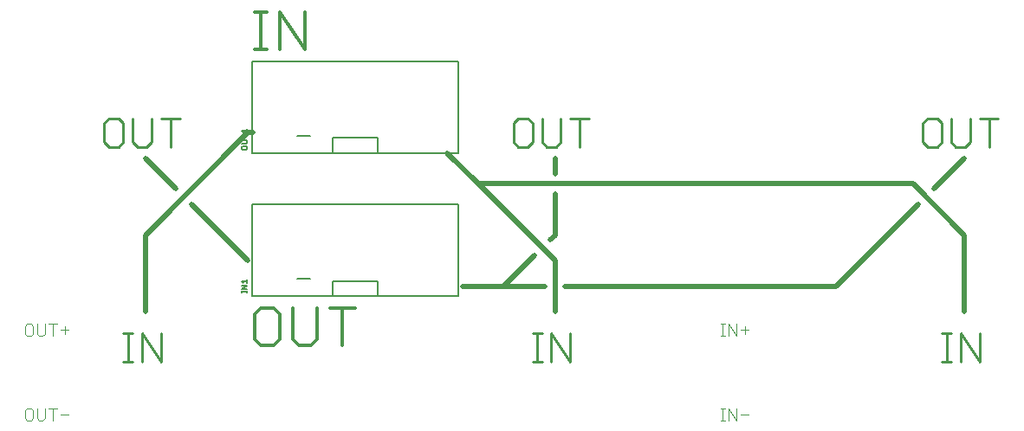
<source format=gto>
G75*
%MOIN*%
%OFA0B0*%
%FSLAX25Y25*%
%IPPOS*%
%LPD*%
%AMOC8*
5,1,8,0,0,1.08239X$1,22.5*
%
%ADD10C,0.01300*%
%ADD11C,0.00900*%
%ADD12C,0.01969*%
%ADD13C,0.00800*%
%ADD14C,0.00500*%
%ADD15C,0.00400*%
D10*
X0111886Y0059178D02*
X0114296Y0056768D01*
X0119116Y0056768D01*
X0121526Y0059178D01*
X0121526Y0068818D01*
X0119116Y0071228D01*
X0114296Y0071228D01*
X0111886Y0068818D01*
X0111886Y0059178D01*
X0126387Y0059178D02*
X0128797Y0056768D01*
X0133617Y0056768D01*
X0136027Y0059178D01*
X0136027Y0071228D01*
X0140887Y0071228D02*
X0150528Y0071228D01*
X0145708Y0071228D02*
X0145708Y0056768D01*
X0126387Y0059178D02*
X0126387Y0071228D01*
X0131194Y0170941D02*
X0131194Y0185402D01*
X0121553Y0185402D02*
X0131194Y0170941D01*
X0121553Y0170941D02*
X0121553Y0185402D01*
X0116706Y0185402D02*
X0111886Y0185402D01*
X0114296Y0185402D02*
X0114296Y0170941D01*
X0111886Y0170941D02*
X0116706Y0170941D01*
D11*
X0083066Y0144260D02*
X0075785Y0144260D01*
X0072190Y0144260D02*
X0072190Y0135160D01*
X0070370Y0133340D01*
X0066730Y0133340D01*
X0064910Y0135160D01*
X0064910Y0144260D01*
X0061315Y0142440D02*
X0059495Y0144260D01*
X0055855Y0144260D01*
X0054034Y0142440D01*
X0054034Y0135160D01*
X0055855Y0133340D01*
X0059495Y0133340D01*
X0061315Y0135160D01*
X0061315Y0142440D01*
X0079425Y0144260D02*
X0079425Y0133340D01*
X0211515Y0135160D02*
X0213335Y0133340D01*
X0216975Y0133340D01*
X0218795Y0135160D01*
X0218795Y0142440D01*
X0216975Y0144260D01*
X0213335Y0144260D01*
X0211515Y0142440D01*
X0211515Y0135160D01*
X0222390Y0135160D02*
X0224210Y0133340D01*
X0227850Y0133340D01*
X0229670Y0135160D01*
X0229670Y0144260D01*
X0233266Y0144260D02*
X0240546Y0144260D01*
X0236906Y0144260D02*
X0236906Y0133340D01*
X0222390Y0135160D02*
X0222390Y0144260D01*
X0368995Y0142440D02*
X0368995Y0135160D01*
X0370815Y0133340D01*
X0374455Y0133340D01*
X0376275Y0135160D01*
X0376275Y0142440D01*
X0374455Y0144260D01*
X0370815Y0144260D01*
X0368995Y0142440D01*
X0379871Y0144260D02*
X0379871Y0135160D01*
X0381691Y0133340D01*
X0385331Y0133340D01*
X0387151Y0135160D01*
X0387151Y0144260D01*
X0390746Y0144260D02*
X0398026Y0144260D01*
X0394386Y0144260D02*
X0394386Y0133340D01*
X0390776Y0061583D02*
X0390776Y0050663D01*
X0383496Y0061583D01*
X0383496Y0050663D01*
X0379886Y0050663D02*
X0376245Y0050663D01*
X0378065Y0050663D02*
X0378065Y0061583D01*
X0376245Y0061583D02*
X0379886Y0061583D01*
X0233296Y0061583D02*
X0233296Y0050663D01*
X0226015Y0061583D01*
X0226015Y0050663D01*
X0222405Y0050663D02*
X0218765Y0050663D01*
X0220585Y0050663D02*
X0220585Y0061583D01*
X0218765Y0061583D02*
X0222405Y0061583D01*
X0075815Y0061583D02*
X0075815Y0050663D01*
X0068535Y0061583D01*
X0068535Y0050663D01*
X0064925Y0050663D02*
X0061285Y0050663D01*
X0063105Y0050663D02*
X0063105Y0061583D01*
X0061285Y0061583D02*
X0064925Y0061583D01*
D12*
X0069898Y0069898D02*
X0069898Y0099425D01*
X0109268Y0138795D01*
X0111236Y0138795D01*
X0081709Y0117142D02*
X0069898Y0128953D01*
X0087614Y0111236D02*
X0109268Y0089583D01*
X0191945Y0079740D02*
X0207693Y0079740D01*
X0219504Y0091551D01*
X0227378Y0089583D02*
X0197850Y0119110D01*
X0186039Y0130921D01*
X0197850Y0119110D02*
X0365173Y0119110D01*
X0384858Y0099425D01*
X0384858Y0069898D01*
X0367142Y0111236D02*
X0335646Y0079740D01*
X0231315Y0079740D01*
X0223441Y0079740D02*
X0207693Y0079740D01*
X0227378Y0089583D02*
X0227378Y0069898D01*
X0225409Y0097457D02*
X0227378Y0099425D01*
X0227378Y0115173D01*
X0227378Y0123047D02*
X0227378Y0128953D01*
X0373047Y0117142D02*
X0384858Y0128953D01*
D13*
X0190370Y0130921D02*
X0190370Y0166354D01*
X0110843Y0166354D01*
X0110843Y0165961D02*
X0110843Y0130921D01*
X0141945Y0130921D01*
X0141945Y0136827D01*
X0159268Y0136827D01*
X0159268Y0130921D01*
X0141945Y0130921D01*
X0133106Y0137713D02*
X0128106Y0137713D01*
X0159268Y0130921D02*
X0190370Y0130921D01*
X0190370Y0111236D02*
X0190370Y0075803D01*
X0159268Y0075803D01*
X0159268Y0081709D01*
X0141945Y0081709D01*
X0141945Y0075803D01*
X0110843Y0075803D01*
X0110843Y0110843D01*
X0110843Y0111236D02*
X0190370Y0111236D01*
X0133106Y0082594D02*
X0128106Y0082594D01*
X0141945Y0075803D02*
X0159268Y0075803D01*
D14*
X0108856Y0077270D02*
X0108856Y0077904D01*
X0108856Y0077587D02*
X0106955Y0077587D01*
X0106955Y0077270D02*
X0106955Y0077904D01*
X0106955Y0078743D02*
X0108856Y0080011D01*
X0106955Y0080011D01*
X0107589Y0080953D02*
X0106955Y0081587D01*
X0108856Y0081587D01*
X0108856Y0080953D02*
X0108856Y0082221D01*
X0108856Y0078743D02*
X0106955Y0078743D01*
X0107272Y0132388D02*
X0108539Y0132388D01*
X0108856Y0132705D01*
X0108856Y0133339D01*
X0108539Y0133656D01*
X0107272Y0133656D01*
X0106955Y0133339D01*
X0106955Y0132705D01*
X0107272Y0132388D01*
X0106955Y0134598D02*
X0108539Y0134598D01*
X0108856Y0134915D01*
X0108856Y0135548D01*
X0108539Y0135865D01*
X0106955Y0135865D01*
X0106955Y0136808D02*
X0106955Y0138075D01*
X0106955Y0137441D02*
X0108856Y0137441D01*
X0108856Y0139017D02*
X0108856Y0140285D01*
X0108856Y0139651D02*
X0106955Y0139651D01*
X0107589Y0139017D01*
D15*
X0025761Y0028085D02*
X0024226Y0028085D01*
X0023459Y0028852D01*
X0023459Y0031922D01*
X0024226Y0032689D01*
X0025761Y0032689D01*
X0026528Y0031922D01*
X0026528Y0028852D01*
X0025761Y0028085D01*
X0028063Y0028852D02*
X0028830Y0028085D01*
X0030365Y0028085D01*
X0031132Y0028852D01*
X0031132Y0032689D01*
X0032667Y0032689D02*
X0035736Y0032689D01*
X0034202Y0032689D02*
X0034202Y0028085D01*
X0037271Y0030387D02*
X0040340Y0030387D01*
X0028063Y0028852D02*
X0028063Y0032689D01*
X0028830Y0060565D02*
X0030365Y0060565D01*
X0031132Y0061333D01*
X0031132Y0065169D01*
X0032667Y0065169D02*
X0035736Y0065169D01*
X0034202Y0065169D02*
X0034202Y0060565D01*
X0037271Y0062867D02*
X0040340Y0062867D01*
X0038805Y0064402D02*
X0038805Y0061333D01*
X0028830Y0060565D02*
X0028063Y0061333D01*
X0028063Y0065169D01*
X0026528Y0064402D02*
X0025761Y0065169D01*
X0024226Y0065169D01*
X0023459Y0064402D01*
X0023459Y0061333D01*
X0024226Y0060565D01*
X0025761Y0060565D01*
X0026528Y0061333D01*
X0026528Y0064402D01*
X0291176Y0065169D02*
X0292710Y0065169D01*
X0291943Y0065169D02*
X0291943Y0060565D01*
X0291176Y0060565D02*
X0292710Y0060565D01*
X0294245Y0060565D02*
X0294245Y0065169D01*
X0297314Y0060565D01*
X0297314Y0065169D01*
X0298849Y0062867D02*
X0301918Y0062867D01*
X0300383Y0064402D02*
X0300383Y0061333D01*
X0297314Y0032689D02*
X0297314Y0028085D01*
X0294245Y0032689D01*
X0294245Y0028085D01*
X0292710Y0028085D02*
X0291176Y0028085D01*
X0291943Y0028085D02*
X0291943Y0032689D01*
X0291176Y0032689D02*
X0292710Y0032689D01*
X0298849Y0030387D02*
X0301918Y0030387D01*
M02*

</source>
